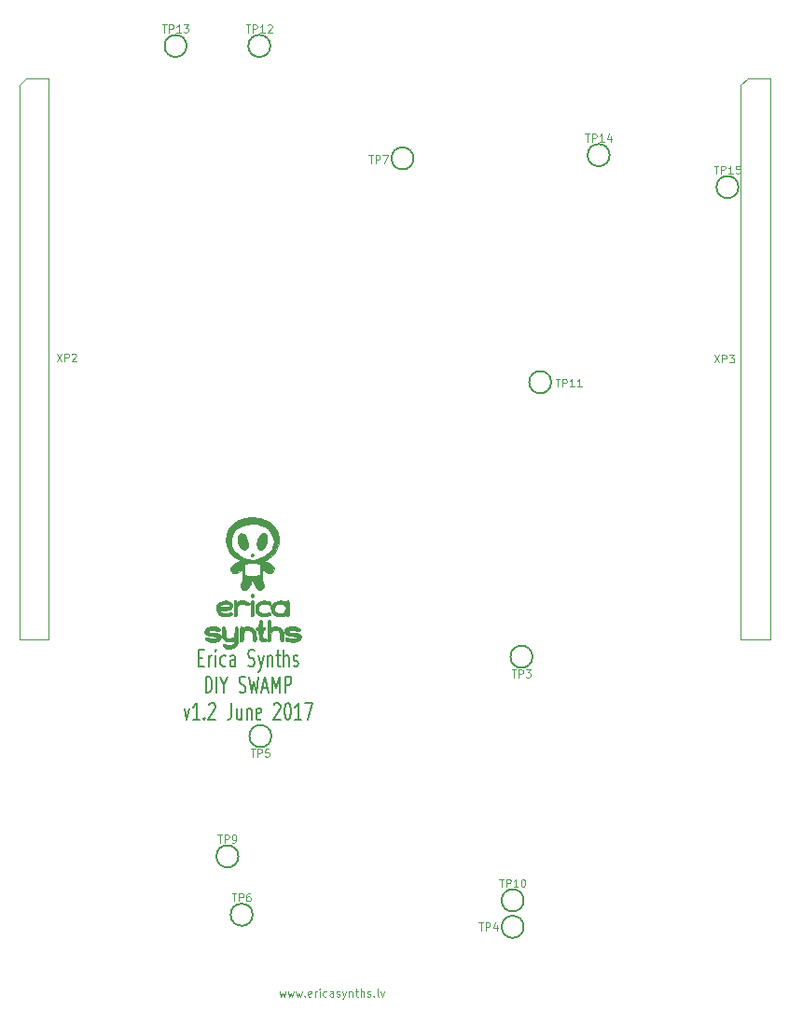
<source format=gto>
G04 #@! TF.FileFunction,Legend,Top*
%FSLAX46Y46*%
G04 Gerber Fmt 4.6, Leading zero omitted, Abs format (unit mm)*
G04 Created by KiCad (PCBNEW (2016-08-20 BZR 7083)-product) date Thu Jun 15 13:02:43 2017*
%MOMM*%
%LPD*%
G01*
G04 APERTURE LIST*
%ADD10C,0.100000*%
%ADD11C,0.150000*%
G04 APERTURE END LIST*
D10*
X24050000Y1650000D02*
X24183333Y1183334D01*
X24316666Y1516667D01*
X24450000Y1183334D01*
X24583333Y1650000D01*
X24783333Y1650000D02*
X24916666Y1183334D01*
X25050000Y1516667D01*
X25183333Y1183334D01*
X25316666Y1650000D01*
X25516666Y1650000D02*
X25650000Y1183334D01*
X25783333Y1516667D01*
X25916666Y1183334D01*
X26050000Y1650000D01*
X26316666Y1250000D02*
X26350000Y1216667D01*
X26316666Y1183334D01*
X26283333Y1216667D01*
X26316666Y1250000D01*
X26316666Y1183334D01*
X26916666Y1216667D02*
X26850000Y1183334D01*
X26716666Y1183334D01*
X26650000Y1216667D01*
X26616666Y1283334D01*
X26616666Y1550000D01*
X26650000Y1616667D01*
X26716666Y1650000D01*
X26850000Y1650000D01*
X26916666Y1616667D01*
X26950000Y1550000D01*
X26950000Y1483334D01*
X26616666Y1416667D01*
X27250000Y1183334D02*
X27250000Y1650000D01*
X27250000Y1516667D02*
X27283333Y1583334D01*
X27316666Y1616667D01*
X27383333Y1650000D01*
X27450000Y1650000D01*
X27683333Y1183334D02*
X27683333Y1650000D01*
X27683333Y1883334D02*
X27650000Y1850000D01*
X27683333Y1816667D01*
X27716666Y1850000D01*
X27683333Y1883334D01*
X27683333Y1816667D01*
X28316666Y1216667D02*
X28250000Y1183334D01*
X28116666Y1183334D01*
X28050000Y1216667D01*
X28016666Y1250000D01*
X27983333Y1316667D01*
X27983333Y1516667D01*
X28016666Y1583334D01*
X28050000Y1616667D01*
X28116666Y1650000D01*
X28250000Y1650000D01*
X28316666Y1616667D01*
X28916666Y1183334D02*
X28916666Y1550000D01*
X28883333Y1616667D01*
X28816666Y1650000D01*
X28683333Y1650000D01*
X28616666Y1616667D01*
X28916666Y1216667D02*
X28850000Y1183334D01*
X28683333Y1183334D01*
X28616666Y1216667D01*
X28583333Y1283334D01*
X28583333Y1350000D01*
X28616666Y1416667D01*
X28683333Y1450000D01*
X28850000Y1450000D01*
X28916666Y1483334D01*
X29216666Y1216667D02*
X29283333Y1183334D01*
X29416666Y1183334D01*
X29483333Y1216667D01*
X29516666Y1283334D01*
X29516666Y1316667D01*
X29483333Y1383334D01*
X29416666Y1416667D01*
X29316666Y1416667D01*
X29250000Y1450000D01*
X29216666Y1516667D01*
X29216666Y1550000D01*
X29250000Y1616667D01*
X29316666Y1650000D01*
X29416666Y1650000D01*
X29483333Y1616667D01*
X29750000Y1650000D02*
X29916666Y1183334D01*
X30083333Y1650000D02*
X29916666Y1183334D01*
X29850000Y1016667D01*
X29816666Y983334D01*
X29750000Y950000D01*
X30350000Y1650000D02*
X30350000Y1183334D01*
X30350000Y1583334D02*
X30383333Y1616667D01*
X30450000Y1650000D01*
X30550000Y1650000D01*
X30616666Y1616667D01*
X30650000Y1550000D01*
X30650000Y1183334D01*
X30883333Y1650000D02*
X31150000Y1650000D01*
X30983333Y1883334D02*
X30983333Y1283334D01*
X31016666Y1216667D01*
X31083333Y1183334D01*
X31150000Y1183334D01*
X31383333Y1183334D02*
X31383333Y1883334D01*
X31683333Y1183334D02*
X31683333Y1550000D01*
X31650000Y1616667D01*
X31583333Y1650000D01*
X31483333Y1650000D01*
X31416666Y1616667D01*
X31383333Y1583334D01*
X31983333Y1216667D02*
X32050000Y1183334D01*
X32183333Y1183334D01*
X32250000Y1216667D01*
X32283333Y1283334D01*
X32283333Y1316667D01*
X32250000Y1383334D01*
X32183333Y1416667D01*
X32083333Y1416667D01*
X32016666Y1450000D01*
X31983333Y1516667D01*
X31983333Y1550000D01*
X32016666Y1616667D01*
X32083333Y1650000D01*
X32183333Y1650000D01*
X32250000Y1616667D01*
X32583333Y1250000D02*
X32616666Y1216667D01*
X32583333Y1183334D01*
X32550000Y1216667D01*
X32583333Y1250000D01*
X32583333Y1183334D01*
X33016666Y1183334D02*
X32950000Y1216667D01*
X32916666Y1283334D01*
X32916666Y1883334D01*
X33216666Y1650000D02*
X33383333Y1183334D01*
X33550000Y1650000D01*
D11*
X16723809Y31907143D02*
X17057142Y31907143D01*
X17200000Y31121429D02*
X16723809Y31121429D01*
X16723809Y32621429D01*
X17200000Y32621429D01*
X17628571Y31121429D02*
X17628571Y32121429D01*
X17628571Y31835715D02*
X17676190Y31978572D01*
X17723809Y32050000D01*
X17819047Y32121429D01*
X17914285Y32121429D01*
X18247619Y31121429D02*
X18247619Y32121429D01*
X18247619Y32621429D02*
X18200000Y32550000D01*
X18247619Y32478572D01*
X18295238Y32550000D01*
X18247619Y32621429D01*
X18247619Y32478572D01*
X19152380Y31192858D02*
X19057142Y31121429D01*
X18866666Y31121429D01*
X18771428Y31192858D01*
X18723809Y31264286D01*
X18676190Y31407143D01*
X18676190Y31835715D01*
X18723809Y31978572D01*
X18771428Y32050000D01*
X18866666Y32121429D01*
X19057142Y32121429D01*
X19152380Y32050000D01*
X20009523Y31121429D02*
X20009523Y31907143D01*
X19961904Y32050000D01*
X19866666Y32121429D01*
X19676190Y32121429D01*
X19580952Y32050000D01*
X20009523Y31192858D02*
X19914285Y31121429D01*
X19676190Y31121429D01*
X19580952Y31192858D01*
X19533333Y31335715D01*
X19533333Y31478572D01*
X19580952Y31621429D01*
X19676190Y31692858D01*
X19914285Y31692858D01*
X20009523Y31764286D01*
X21200000Y31192858D02*
X21342857Y31121429D01*
X21580952Y31121429D01*
X21676190Y31192858D01*
X21723809Y31264286D01*
X21771428Y31407143D01*
X21771428Y31550000D01*
X21723809Y31692858D01*
X21676190Y31764286D01*
X21580952Y31835715D01*
X21390476Y31907143D01*
X21295238Y31978572D01*
X21247619Y32050000D01*
X21200000Y32192858D01*
X21200000Y32335715D01*
X21247619Y32478572D01*
X21295238Y32550000D01*
X21390476Y32621429D01*
X21628571Y32621429D01*
X21771428Y32550000D01*
X22104761Y32121429D02*
X22342857Y31121429D01*
X22580952Y32121429D02*
X22342857Y31121429D01*
X22247619Y30764286D01*
X22200000Y30692858D01*
X22104761Y30621429D01*
X22961904Y32121429D02*
X22961904Y31121429D01*
X22961904Y31978572D02*
X23009523Y32050000D01*
X23104761Y32121429D01*
X23247619Y32121429D01*
X23342857Y32050000D01*
X23390476Y31907143D01*
X23390476Y31121429D01*
X23723809Y32121429D02*
X24104761Y32121429D01*
X23866666Y32621429D02*
X23866666Y31335715D01*
X23914285Y31192858D01*
X24009523Y31121429D01*
X24104761Y31121429D01*
X24438095Y31121429D02*
X24438095Y32621429D01*
X24866666Y31121429D02*
X24866666Y31907143D01*
X24819047Y32050000D01*
X24723809Y32121429D01*
X24580952Y32121429D01*
X24485714Y32050000D01*
X24438095Y31978572D01*
X25295238Y31192858D02*
X25390476Y31121429D01*
X25580952Y31121429D01*
X25676190Y31192858D01*
X25723809Y31335715D01*
X25723809Y31407143D01*
X25676190Y31550000D01*
X25580952Y31621429D01*
X25438095Y31621429D01*
X25342857Y31692858D01*
X25295238Y31835715D01*
X25295238Y31907143D01*
X25342857Y32050000D01*
X25438095Y32121429D01*
X25580952Y32121429D01*
X25676190Y32050000D01*
X17342857Y28721429D02*
X17342857Y30221429D01*
X17580952Y30221429D01*
X17723809Y30150000D01*
X17819047Y30007143D01*
X17866666Y29864286D01*
X17914285Y29578572D01*
X17914285Y29364286D01*
X17866666Y29078572D01*
X17819047Y28935715D01*
X17723809Y28792858D01*
X17580952Y28721429D01*
X17342857Y28721429D01*
X18342857Y28721429D02*
X18342857Y30221429D01*
X19009523Y29435715D02*
X19009523Y28721429D01*
X18676190Y30221429D02*
X19009523Y29435715D01*
X19342857Y30221429D01*
X20390476Y28792858D02*
X20533333Y28721429D01*
X20771428Y28721429D01*
X20866666Y28792858D01*
X20914285Y28864286D01*
X20961904Y29007143D01*
X20961904Y29150000D01*
X20914285Y29292858D01*
X20866666Y29364286D01*
X20771428Y29435715D01*
X20580952Y29507143D01*
X20485714Y29578572D01*
X20438095Y29650000D01*
X20390476Y29792858D01*
X20390476Y29935715D01*
X20438095Y30078572D01*
X20485714Y30150000D01*
X20580952Y30221429D01*
X20819047Y30221429D01*
X20961904Y30150000D01*
X21295238Y30221429D02*
X21533333Y28721429D01*
X21723809Y29792858D01*
X21914285Y28721429D01*
X22152380Y30221429D01*
X22485714Y29150000D02*
X22961904Y29150000D01*
X22390476Y28721429D02*
X22723809Y30221429D01*
X23057142Y28721429D01*
X23390476Y28721429D02*
X23390476Y30221429D01*
X23723809Y29150000D01*
X24057142Y30221429D01*
X24057142Y28721429D01*
X24533333Y28721429D02*
X24533333Y30221429D01*
X24914285Y30221429D01*
X25009523Y30150000D01*
X25057142Y30078572D01*
X25104761Y29935715D01*
X25104761Y29721429D01*
X25057142Y29578572D01*
X25009523Y29507143D01*
X24914285Y29435715D01*
X24533333Y29435715D01*
X15390476Y27321429D02*
X15628571Y26321429D01*
X15866666Y27321429D01*
X16771428Y26321429D02*
X16200000Y26321429D01*
X16485714Y26321429D02*
X16485714Y27821429D01*
X16390476Y27607143D01*
X16295238Y27464286D01*
X16200000Y27392858D01*
X17200000Y26464286D02*
X17247619Y26392858D01*
X17200000Y26321429D01*
X17152380Y26392858D01*
X17200000Y26464286D01*
X17200000Y26321429D01*
X17628571Y27678572D02*
X17676190Y27750000D01*
X17771428Y27821429D01*
X18009523Y27821429D01*
X18104761Y27750000D01*
X18152380Y27678572D01*
X18200000Y27535715D01*
X18200000Y27392858D01*
X18152380Y27178572D01*
X17580952Y26321429D01*
X18200000Y26321429D01*
X19676190Y27821429D02*
X19676190Y26750000D01*
X19628571Y26535715D01*
X19533333Y26392858D01*
X19390476Y26321429D01*
X19295238Y26321429D01*
X20580952Y27321429D02*
X20580952Y26321429D01*
X20152380Y27321429D02*
X20152380Y26535715D01*
X20200000Y26392858D01*
X20295238Y26321429D01*
X20438095Y26321429D01*
X20533333Y26392858D01*
X20580952Y26464286D01*
X21057142Y27321429D02*
X21057142Y26321429D01*
X21057142Y27178572D02*
X21104761Y27250000D01*
X21200000Y27321429D01*
X21342857Y27321429D01*
X21438095Y27250000D01*
X21485714Y27107143D01*
X21485714Y26321429D01*
X22342857Y26392858D02*
X22247619Y26321429D01*
X22057142Y26321429D01*
X21961904Y26392858D01*
X21914285Y26535715D01*
X21914285Y27107143D01*
X21961904Y27250000D01*
X22057142Y27321429D01*
X22247619Y27321429D01*
X22342857Y27250000D01*
X22390476Y27107143D01*
X22390476Y26964286D01*
X21914285Y26821429D01*
X23533333Y27678572D02*
X23580952Y27750000D01*
X23676190Y27821429D01*
X23914285Y27821429D01*
X24009523Y27750000D01*
X24057142Y27678572D01*
X24104761Y27535715D01*
X24104761Y27392858D01*
X24057142Y27178572D01*
X23485714Y26321429D01*
X24104761Y26321429D01*
X24723809Y27821429D02*
X24819047Y27821429D01*
X24914285Y27750000D01*
X24961904Y27678572D01*
X25009523Y27535715D01*
X25057142Y27250000D01*
X25057142Y26892858D01*
X25009523Y26607143D01*
X24961904Y26464286D01*
X24914285Y26392858D01*
X24819047Y26321429D01*
X24723809Y26321429D01*
X24628571Y26392858D01*
X24580952Y26464286D01*
X24533333Y26607143D01*
X24485714Y26892858D01*
X24485714Y27250000D01*
X24533333Y27535715D01*
X24580952Y27678572D01*
X24628571Y27750000D01*
X24723809Y27821429D01*
X26009523Y26321429D02*
X25438095Y26321429D01*
X25723809Y26321429D02*
X25723809Y27821429D01*
X25628571Y27607143D01*
X25533333Y27464286D01*
X25438095Y27392858D01*
X26342857Y27821429D02*
X27009523Y27821429D01*
X26580952Y26321429D01*
X47000000Y32000000D02*
G75*
G03X47000000Y32000000I-1000000J0D01*
G01*
X46200000Y7500000D02*
G75*
G03X46200000Y7500000I-1000000J0D01*
G01*
X23300000Y24800000D02*
G75*
G03X23300000Y24800000I-1000000J0D01*
G01*
X21600000Y8600000D02*
G75*
G03X21600000Y8600000I-1000000J0D01*
G01*
X36200000Y77200000D02*
G75*
G03X36200000Y77200000I-1000000J0D01*
G01*
X20300000Y13900000D02*
G75*
G03X20300000Y13900000I-1000000J0D01*
G01*
X46200000Y9900000D02*
G75*
G03X46200000Y9900000I-1000000J0D01*
G01*
X48700000Y56900000D02*
G75*
G03X48700000Y56900000I-1000000J0D01*
G01*
X23200000Y87400000D02*
G75*
G03X23200000Y87400000I-1000000J0D01*
G01*
X15600000Y87400000D02*
G75*
G03X15600000Y87400000I-1000000J0D01*
G01*
X54000000Y77500000D02*
G75*
G03X54000000Y77500000I-1000000J0D01*
G01*
X65700000Y74600000D02*
G75*
G03X65700000Y74600000I-1000000J0D01*
G01*
D10*
X3083500Y33536500D02*
X3083500Y84463500D01*
X3083500Y84463500D02*
X1051500Y84463500D01*
X1051500Y84463500D02*
X416500Y83828500D01*
X416500Y83828500D02*
X416500Y33536500D01*
X416500Y33536500D02*
X3083500Y33536500D01*
X68583500Y33536500D02*
X68583500Y84463500D01*
X68583500Y84463500D02*
X66551500Y84463500D01*
X66551500Y84463500D02*
X65916500Y83828500D01*
X65916500Y83828500D02*
X65916500Y33536500D01*
X65916500Y33536500D02*
X68583500Y33536500D01*
G36*
X20267218Y34073353D02*
X20265400Y33903799D01*
X20256789Y33600886D01*
X20241861Y33380944D01*
X20218401Y33225429D01*
X20184192Y33115795D01*
X20167067Y33080751D01*
X20025096Y32919142D01*
X19816068Y32802781D01*
X19567910Y32740846D01*
X19308549Y32742517D01*
X19203906Y32764144D01*
X19027716Y32837983D01*
X18913744Y32937637D01*
X18878721Y33046498D01*
X18886410Y33079254D01*
X18932030Y33143717D01*
X19013507Y33156413D01*
X19151822Y33117482D01*
X19241853Y33081633D01*
X19402882Y33031146D01*
X19546384Y33036654D01*
X19623031Y33056466D01*
X19792123Y33125683D01*
X19891903Y33224488D01*
X19945688Y33351671D01*
X19961524Y33425415D01*
X19928718Y33441343D01*
X19824397Y33410023D01*
X19821547Y33409030D01*
X19609759Y33370459D01*
X19378460Y33382511D01*
X19167454Y33439427D01*
X19028277Y33523803D01*
X18917583Y33639707D01*
X18847431Y33755741D01*
X18805673Y33903226D01*
X18780163Y34113484D01*
X18775122Y34176596D01*
X18771375Y34447405D01*
X18806856Y34631332D01*
X18880700Y34725303D01*
X18933000Y34737600D01*
X19021884Y34692567D01*
X19079912Y34555903D01*
X19107845Y34325264D01*
X19110800Y34190014D01*
X19117267Y33984762D01*
X19140379Y33854443D01*
X19185700Y33772992D01*
X19203700Y33754874D01*
X19340915Y33689000D01*
X19522839Y33672327D01*
X19705781Y33703978D01*
X19828469Y33767424D01*
X19889434Y33828921D01*
X19927773Y33909807D01*
X19950457Y34035897D01*
X19964458Y34233011D01*
X19966645Y34279148D01*
X19981832Y34501418D01*
X20005316Y34639166D01*
X20040790Y34709364D01*
X20063494Y34724178D01*
X20143504Y34732381D01*
X20201634Y34680530D01*
X20240132Y34559494D01*
X20261244Y34360145D01*
X20267218Y34073353D01*
X20267218Y34073353D01*
X20267218Y34073353D01*
G37*
X20267218Y34073353D02*
X20265400Y33903799D01*
X20256789Y33600886D01*
X20241861Y33380944D01*
X20218401Y33225429D01*
X20184192Y33115795D01*
X20167067Y33080751D01*
X20025096Y32919142D01*
X19816068Y32802781D01*
X19567910Y32740846D01*
X19308549Y32742517D01*
X19203906Y32764144D01*
X19027716Y32837983D01*
X18913744Y32937637D01*
X18878721Y33046498D01*
X18886410Y33079254D01*
X18932030Y33143717D01*
X19013507Y33156413D01*
X19151822Y33117482D01*
X19241853Y33081633D01*
X19402882Y33031146D01*
X19546384Y33036654D01*
X19623031Y33056466D01*
X19792123Y33125683D01*
X19891903Y33224488D01*
X19945688Y33351671D01*
X19961524Y33425415D01*
X19928718Y33441343D01*
X19824397Y33410023D01*
X19821547Y33409030D01*
X19609759Y33370459D01*
X19378460Y33382511D01*
X19167454Y33439427D01*
X19028277Y33523803D01*
X18917583Y33639707D01*
X18847431Y33755741D01*
X18805673Y33903226D01*
X18780163Y34113484D01*
X18775122Y34176596D01*
X18771375Y34447405D01*
X18806856Y34631332D01*
X18880700Y34725303D01*
X18933000Y34737600D01*
X19021884Y34692567D01*
X19079912Y34555903D01*
X19107845Y34325264D01*
X19110800Y34190014D01*
X19117267Y33984762D01*
X19140379Y33854443D01*
X19185700Y33772992D01*
X19203700Y33754874D01*
X19340915Y33689000D01*
X19522839Y33672327D01*
X19705781Y33703978D01*
X19828469Y33767424D01*
X19889434Y33828921D01*
X19927773Y33909807D01*
X19950457Y34035897D01*
X19964458Y34233011D01*
X19966645Y34279148D01*
X19981832Y34501418D01*
X20005316Y34639166D01*
X20040790Y34709364D01*
X20063494Y34724178D01*
X20143504Y34732381D01*
X20201634Y34680530D01*
X20240132Y34559494D01*
X20261244Y34360145D01*
X20267218Y34073353D01*
X20267218Y34073353D01*
G36*
X18703460Y33821686D02*
X18662360Y33644341D01*
X18541543Y33495084D01*
X18348250Y33392140D01*
X18102828Y33340515D01*
X17825625Y33345211D01*
X17615519Y33386904D01*
X17414120Y33462646D01*
X17294862Y33551306D01*
X17264715Y33645506D01*
X17305026Y33715599D01*
X17387277Y33763248D01*
X17494666Y33738054D01*
X17502103Y33734715D01*
X17681940Y33675597D01*
X17880399Y33645455D01*
X18073081Y33643133D01*
X18235589Y33667474D01*
X18343525Y33717321D01*
X18374200Y33776055D01*
X18347329Y33815732D01*
X18256795Y33844497D01*
X18087715Y33865903D01*
X17956429Y33875790D01*
X17647443Y33915048D01*
X17429111Y33988529D01*
X17295357Y34099364D01*
X17240768Y34244812D01*
X17262398Y34432632D01*
X17371398Y34579863D01*
X17559796Y34681024D01*
X17819620Y34730635D01*
X17953468Y34734733D01*
X18192294Y34714999D01*
X18394058Y34666483D01*
X18545458Y34597112D01*
X18633188Y34514808D01*
X18643946Y34427497D01*
X18586177Y34357856D01*
X18506197Y34317173D01*
X18412814Y34326552D01*
X18321108Y34360832D01*
X18143173Y34411308D01*
X17945643Y34431747D01*
X17761803Y34422516D01*
X17624937Y34383980D01*
X17583586Y34352729D01*
X17550175Y34275900D01*
X17601554Y34222798D01*
X17742651Y34191415D01*
X17978392Y34179741D01*
X18008422Y34179578D01*
X18300948Y34154358D01*
X18518039Y34083240D01*
X18654080Y33970818D01*
X18703460Y33821686D01*
X18703460Y33821686D01*
X18703460Y33821686D01*
G37*
X18703460Y33821686D02*
X18662360Y33644341D01*
X18541543Y33495084D01*
X18348250Y33392140D01*
X18102828Y33340515D01*
X17825625Y33345211D01*
X17615519Y33386904D01*
X17414120Y33462646D01*
X17294862Y33551306D01*
X17264715Y33645506D01*
X17305026Y33715599D01*
X17387277Y33763248D01*
X17494666Y33738054D01*
X17502103Y33734715D01*
X17681940Y33675597D01*
X17880399Y33645455D01*
X18073081Y33643133D01*
X18235589Y33667474D01*
X18343525Y33717321D01*
X18374200Y33776055D01*
X18347329Y33815732D01*
X18256795Y33844497D01*
X18087715Y33865903D01*
X17956429Y33875790D01*
X17647443Y33915048D01*
X17429111Y33988529D01*
X17295357Y34099364D01*
X17240768Y34244812D01*
X17262398Y34432632D01*
X17371398Y34579863D01*
X17559796Y34681024D01*
X17819620Y34730635D01*
X17953468Y34734733D01*
X18192294Y34714999D01*
X18394058Y34666483D01*
X18545458Y34597112D01*
X18633188Y34514808D01*
X18643946Y34427497D01*
X18586177Y34357856D01*
X18506197Y34317173D01*
X18412814Y34326552D01*
X18321108Y34360832D01*
X18143173Y34411308D01*
X17945643Y34431747D01*
X17761803Y34422516D01*
X17624937Y34383980D01*
X17583586Y34352729D01*
X17550175Y34275900D01*
X17601554Y34222798D01*
X17742651Y34191415D01*
X17978392Y34179741D01*
X18008422Y34179578D01*
X18300948Y34154358D01*
X18518039Y34083240D01*
X18654080Y33970818D01*
X18703460Y33821686D01*
X18703460Y33821686D01*
G36*
X25967860Y33821686D02*
X25926760Y33644341D01*
X25805572Y33494735D01*
X25610785Y33391782D01*
X25361737Y33341083D01*
X25077766Y33348237D01*
X24967864Y33366639D01*
X24737520Y33429851D01*
X24600136Y33507461D01*
X24547508Y33604468D01*
X24546400Y33623382D01*
X24573176Y33717222D01*
X24660249Y33752602D01*
X24817734Y33731363D01*
X24941160Y33695192D01*
X25129845Y33653482D01*
X25319463Y33643979D01*
X25484456Y33663795D01*
X25599265Y33710042D01*
X25638600Y33774007D01*
X25613828Y33814561D01*
X25528893Y33843481D01*
X25367869Y33864699D01*
X25227854Y33875384D01*
X24928933Y33910924D01*
X24717646Y33975863D01*
X24582944Y34075442D01*
X24513995Y34214023D01*
X24517354Y34390626D01*
X24607179Y34546693D01*
X24768393Y34658300D01*
X24802114Y34671233D01*
X25010787Y34720100D01*
X25229660Y34733485D01*
X25442506Y34716269D01*
X25633098Y34673335D01*
X25785210Y34609563D01*
X25882614Y34529837D01*
X25909084Y34439037D01*
X25859954Y34352983D01*
X25795020Y34302304D01*
X25725634Y34304372D01*
X25622038Y34352030D01*
X25453032Y34407418D01*
X25250025Y34429884D01*
X25052779Y34419134D01*
X24901057Y34374875D01*
X24873609Y34357566D01*
X24814830Y34284056D01*
X24854524Y34229525D01*
X24991234Y34194623D01*
X25223500Y34180001D01*
X25272822Y34179578D01*
X25565348Y34154358D01*
X25782439Y34083240D01*
X25918480Y33970818D01*
X25967860Y33821686D01*
X25967860Y33821686D01*
X25967860Y33821686D01*
G37*
X25967860Y33821686D02*
X25926760Y33644341D01*
X25805572Y33494735D01*
X25610785Y33391782D01*
X25361737Y33341083D01*
X25077766Y33348237D01*
X24967864Y33366639D01*
X24737520Y33429851D01*
X24600136Y33507461D01*
X24547508Y33604468D01*
X24546400Y33623382D01*
X24573176Y33717222D01*
X24660249Y33752602D01*
X24817734Y33731363D01*
X24941160Y33695192D01*
X25129845Y33653482D01*
X25319463Y33643979D01*
X25484456Y33663795D01*
X25599265Y33710042D01*
X25638600Y33774007D01*
X25613828Y33814561D01*
X25528893Y33843481D01*
X25367869Y33864699D01*
X25227854Y33875384D01*
X24928933Y33910924D01*
X24717646Y33975863D01*
X24582944Y34075442D01*
X24513995Y34214023D01*
X24517354Y34390626D01*
X24607179Y34546693D01*
X24768393Y34658300D01*
X24802114Y34671233D01*
X25010787Y34720100D01*
X25229660Y34733485D01*
X25442506Y34716269D01*
X25633098Y34673335D01*
X25785210Y34609563D01*
X25882614Y34529837D01*
X25909084Y34439037D01*
X25859954Y34352983D01*
X25795020Y34302304D01*
X25725634Y34304372D01*
X25622038Y34352030D01*
X25453032Y34407418D01*
X25250025Y34429884D01*
X25052779Y34419134D01*
X24901057Y34374875D01*
X24873609Y34357566D01*
X24814830Y34284056D01*
X24854524Y34229525D01*
X24991234Y34194623D01*
X25223500Y34180001D01*
X25272822Y34179578D01*
X25565348Y34154358D01*
X25782439Y34083240D01*
X25918480Y33970818D01*
X25967860Y33821686D01*
X25967860Y33821686D01*
G36*
X21903259Y33682829D02*
X21884798Y33500841D01*
X21834348Y33400598D01*
X21749781Y33374102D01*
X21737904Y33375403D01*
X21682243Y33391586D01*
X21646265Y33434773D01*
X21623356Y33525801D01*
X21606899Y33685511D01*
X21597770Y33816794D01*
X21567616Y34083589D01*
X21511093Y34264242D01*
X21417808Y34372947D01*
X21277370Y34423897D01*
X21146751Y34432800D01*
X20960048Y34407450D01*
X20835240Y34323669D01*
X20763777Y34169859D01*
X20737110Y33934426D01*
X20736400Y33876176D01*
X20731260Y33640709D01*
X20711728Y33489331D01*
X20671633Y33404864D01*
X20604807Y33370131D01*
X20553164Y33366000D01*
X20431600Y33366000D01*
X20431600Y34027995D01*
X20433540Y34307121D01*
X20440514Y34500277D01*
X20454254Y34623037D01*
X20476490Y34690976D01*
X20508446Y34719478D01*
X20609539Y34715543D01*
X20657599Y34688959D01*
X20751712Y34655478D01*
X20831413Y34683275D01*
X21001416Y34730462D01*
X21213651Y34731260D01*
X21421551Y34688658D01*
X21533739Y34638236D01*
X21705592Y34501124D01*
X21815796Y34326064D01*
X21876915Y34089069D01*
X21891854Y33954559D01*
X21903259Y33682829D01*
X21903259Y33682829D01*
X21903259Y33682829D01*
G37*
X21903259Y33682829D02*
X21884798Y33500841D01*
X21834348Y33400598D01*
X21749781Y33374102D01*
X21737904Y33375403D01*
X21682243Y33391586D01*
X21646265Y33434773D01*
X21623356Y33525801D01*
X21606899Y33685511D01*
X21597770Y33816794D01*
X21567616Y34083589D01*
X21511093Y34264242D01*
X21417808Y34372947D01*
X21277370Y34423897D01*
X21146751Y34432800D01*
X20960048Y34407450D01*
X20835240Y34323669D01*
X20763777Y34169859D01*
X20737110Y33934426D01*
X20736400Y33876176D01*
X20731260Y33640709D01*
X20711728Y33489331D01*
X20671633Y33404864D01*
X20604807Y33370131D01*
X20553164Y33366000D01*
X20431600Y33366000D01*
X20431600Y34027995D01*
X20433540Y34307121D01*
X20440514Y34500277D01*
X20454254Y34623037D01*
X20476490Y34690976D01*
X20508446Y34719478D01*
X20609539Y34715543D01*
X20657599Y34688959D01*
X20751712Y34655478D01*
X20831413Y34683275D01*
X21001416Y34730462D01*
X21213651Y34731260D01*
X21421551Y34688658D01*
X21533739Y34638236D01*
X21705592Y34501124D01*
X21815796Y34326064D01*
X21876915Y34089069D01*
X21891854Y33954559D01*
X21903259Y33682829D01*
X21903259Y33682829D01*
G36*
X22844012Y33543561D02*
X22840041Y33448639D01*
X22768047Y33387297D01*
X22637902Y33365348D01*
X22484705Y33381853D01*
X22343556Y33435874D01*
X22304127Y33462960D01*
X22243025Y33524791D01*
X22203675Y33607014D01*
X22178986Y33735044D01*
X22161864Y33934296D01*
X22158800Y33983660D01*
X22143135Y34194122D01*
X22123981Y34320868D01*
X22096655Y34381779D01*
X22056471Y34394731D01*
X22051276Y34394030D01*
X21947784Y34419834D01*
X21882418Y34506483D01*
X21882818Y34601191D01*
X21953235Y34672212D01*
X22023395Y34696530D01*
X22086496Y34718513D01*
X22124418Y34778196D01*
X22147491Y34899999D01*
X22158800Y35016554D01*
X22179630Y35193331D01*
X22210504Y35291440D01*
X22260014Y35333802D01*
X22279712Y35339052D01*
X22373854Y35328072D01*
X22431995Y35244823D01*
X22459210Y35078718D01*
X22462822Y34957034D01*
X22468284Y34800704D01*
X22490855Y34718915D01*
X22541604Y34684790D01*
X22577900Y34677634D01*
X22675273Y34629873D01*
X22713501Y34546874D01*
X22688447Y34465559D01*
X22606318Y34424029D01*
X22544810Y34407882D01*
X22509636Y34365873D01*
X22493501Y34274865D01*
X22489116Y34111720D01*
X22489000Y34051800D01*
X22490860Y33865770D01*
X22502098Y33758169D01*
X22531198Y33705831D01*
X22586643Y33685589D01*
X22624982Y33680485D01*
X22769441Y33633158D01*
X22844012Y33543561D01*
X22844012Y33543561D01*
X22844012Y33543561D01*
G37*
X22844012Y33543561D02*
X22840041Y33448639D01*
X22768047Y33387297D01*
X22637902Y33365348D01*
X22484705Y33381853D01*
X22343556Y33435874D01*
X22304127Y33462960D01*
X22243025Y33524791D01*
X22203675Y33607014D01*
X22178986Y33735044D01*
X22161864Y33934296D01*
X22158800Y33983660D01*
X22143135Y34194122D01*
X22123981Y34320868D01*
X22096655Y34381779D01*
X22056471Y34394731D01*
X22051276Y34394030D01*
X21947784Y34419834D01*
X21882418Y34506483D01*
X21882818Y34601191D01*
X21953235Y34672212D01*
X22023395Y34696530D01*
X22086496Y34718513D01*
X22124418Y34778196D01*
X22147491Y34899999D01*
X22158800Y35016554D01*
X22179630Y35193331D01*
X22210504Y35291440D01*
X22260014Y35333802D01*
X22279712Y35339052D01*
X22373854Y35328072D01*
X22431995Y35244823D01*
X22459210Y35078718D01*
X22462822Y34957034D01*
X22468284Y34800704D01*
X22490855Y34718915D01*
X22541604Y34684790D01*
X22577900Y34677634D01*
X22675273Y34629873D01*
X22713501Y34546874D01*
X22688447Y34465559D01*
X22606318Y34424029D01*
X22544810Y34407882D01*
X22509636Y34365873D01*
X22493501Y34274865D01*
X22489116Y34111720D01*
X22489000Y34051800D01*
X22490860Y33865770D01*
X22502098Y33758169D01*
X22531198Y33705831D01*
X22586643Y33685589D01*
X22624982Y33680485D01*
X22769441Y33633158D01*
X22844012Y33543561D01*
X22844012Y33543561D01*
G36*
X24423494Y33663459D02*
X24393866Y33486294D01*
X24329060Y33390098D01*
X24245737Y33366000D01*
X24173334Y33392366D01*
X24125680Y33480015D01*
X24099115Y33641779D01*
X24089976Y33890487D01*
X24089893Y33912100D01*
X24069736Y34155294D01*
X24004469Y34315272D01*
X23885008Y34403815D01*
X23702270Y34432706D01*
X23688427Y34432800D01*
X23505575Y34414480D01*
X23378431Y34349877D01*
X23296181Y34224530D01*
X23248012Y34023976D01*
X23227829Y33816794D01*
X23211880Y33607570D01*
X23193118Y33479180D01*
X23165179Y33410920D01*
X23121699Y33382086D01*
X23092365Y33376015D01*
X22988932Y33397937D01*
X22952665Y33443669D01*
X22941863Y33520870D01*
X22932628Y33680442D01*
X22925637Y33903160D01*
X22921563Y34169798D01*
X22920800Y34351046D01*
X22924253Y34710880D01*
X22936125Y34979356D01*
X22958685Y35166529D01*
X22994202Y35282453D01*
X23044944Y35337185D01*
X23113181Y35340779D01*
X23142053Y35331649D01*
X23189090Y35291153D01*
X23215100Y35200554D01*
X23225017Y35038040D01*
X23225600Y34962360D01*
X23228264Y34783521D01*
X23240075Y34687075D01*
X23266756Y34653874D01*
X23314032Y34664767D01*
X23314500Y34664976D01*
X23513995Y34715911D01*
X23746909Y34720971D01*
X23961598Y34681168D01*
X24034788Y34650858D01*
X24208734Y34535816D01*
X24322561Y34392579D01*
X24388956Y34197421D01*
X24420430Y33929612D01*
X24423494Y33663459D01*
X24423494Y33663459D01*
X24423494Y33663459D01*
G37*
X24423494Y33663459D02*
X24393866Y33486294D01*
X24329060Y33390098D01*
X24245737Y33366000D01*
X24173334Y33392366D01*
X24125680Y33480015D01*
X24099115Y33641779D01*
X24089976Y33890487D01*
X24089893Y33912100D01*
X24069736Y34155294D01*
X24004469Y34315272D01*
X23885008Y34403815D01*
X23702270Y34432706D01*
X23688427Y34432800D01*
X23505575Y34414480D01*
X23378431Y34349877D01*
X23296181Y34224530D01*
X23248012Y34023976D01*
X23227829Y33816794D01*
X23211880Y33607570D01*
X23193118Y33479180D01*
X23165179Y33410920D01*
X23121699Y33382086D01*
X23092365Y33376015D01*
X22988932Y33397937D01*
X22952665Y33443669D01*
X22941863Y33520870D01*
X22932628Y33680442D01*
X22925637Y33903160D01*
X22921563Y34169798D01*
X22920800Y34351046D01*
X22924253Y34710880D01*
X22936125Y34979356D01*
X22958685Y35166529D01*
X22994202Y35282453D01*
X23044944Y35337185D01*
X23113181Y35340779D01*
X23142053Y35331649D01*
X23189090Y35291153D01*
X23215100Y35200554D01*
X23225017Y35038040D01*
X23225600Y34962360D01*
X23228264Y34783521D01*
X23240075Y34687075D01*
X23266756Y34653874D01*
X23314032Y34664767D01*
X23314500Y34664976D01*
X23513995Y34715911D01*
X23746909Y34720971D01*
X23961598Y34681168D01*
X24034788Y34650858D01*
X24208734Y34535816D01*
X24322561Y34392579D01*
X24388956Y34197421D01*
X24420430Y33929612D01*
X24423494Y33663459D01*
X24423494Y33663459D01*
G36*
X19749639Y36720121D02*
X19746759Y36570767D01*
X19685647Y36422795D01*
X19569472Y36320890D01*
X19448277Y36279969D01*
X19448277Y36592447D01*
X19445498Y36693005D01*
X19366786Y36768017D01*
X19235504Y36813455D01*
X19075014Y36825292D01*
X18908678Y36799501D01*
X18759860Y36732056D01*
X18736650Y36715113D01*
X18645229Y36630422D01*
X18603116Y36566207D01*
X18602800Y36562713D01*
X18649585Y36540874D01*
X18773950Y36524411D01*
X18951908Y36516093D01*
X19010794Y36515600D01*
X19226896Y36520074D01*
X19360289Y36535672D01*
X19429558Y36565659D01*
X19448277Y36592447D01*
X19448277Y36279969D01*
X19384865Y36258558D01*
X19118459Y36229303D01*
X19038117Y36226411D01*
X18802375Y36213083D01*
X18663350Y36185862D01*
X18616799Y36142248D01*
X18658479Y36079742D01*
X18716601Y36036977D01*
X18958734Y35934621D01*
X19220422Y35931933D01*
X19389944Y35979403D01*
X19565957Y36032506D01*
X19670558Y36025031D01*
X19715993Y35954051D01*
X19720400Y35900410D01*
X19674135Y35805726D01*
X19550802Y35731024D01*
X19373592Y35679836D01*
X19165696Y35655696D01*
X18950304Y35662134D01*
X18750609Y35702684D01*
X18659771Y35738864D01*
X18473619Y35881435D01*
X18353882Y36077481D01*
X18300818Y36303569D01*
X18314682Y36536267D01*
X18395732Y36752141D01*
X18544224Y36927759D01*
X18646020Y36994281D01*
X18883573Y37080675D01*
X19122709Y37105372D01*
X19346156Y37075020D01*
X19536641Y36996264D01*
X19676893Y36875749D01*
X19749639Y36720121D01*
X19749639Y36720121D01*
X19749639Y36720121D01*
G37*
X19749639Y36720121D02*
X19746759Y36570767D01*
X19685647Y36422795D01*
X19569472Y36320890D01*
X19448277Y36279969D01*
X19448277Y36592447D01*
X19445498Y36693005D01*
X19366786Y36768017D01*
X19235504Y36813455D01*
X19075014Y36825292D01*
X18908678Y36799501D01*
X18759860Y36732056D01*
X18736650Y36715113D01*
X18645229Y36630422D01*
X18603116Y36566207D01*
X18602800Y36562713D01*
X18649585Y36540874D01*
X18773950Y36524411D01*
X18951908Y36516093D01*
X19010794Y36515600D01*
X19226896Y36520074D01*
X19360289Y36535672D01*
X19429558Y36565659D01*
X19448277Y36592447D01*
X19448277Y36279969D01*
X19384865Y36258558D01*
X19118459Y36229303D01*
X19038117Y36226411D01*
X18802375Y36213083D01*
X18663350Y36185862D01*
X18616799Y36142248D01*
X18658479Y36079742D01*
X18716601Y36036977D01*
X18958734Y35934621D01*
X19220422Y35931933D01*
X19389944Y35979403D01*
X19565957Y36032506D01*
X19670558Y36025031D01*
X19715993Y35954051D01*
X19720400Y35900410D01*
X19674135Y35805726D01*
X19550802Y35731024D01*
X19373592Y35679836D01*
X19165696Y35655696D01*
X18950304Y35662134D01*
X18750609Y35702684D01*
X18659771Y35738864D01*
X18473619Y35881435D01*
X18353882Y36077481D01*
X18300818Y36303569D01*
X18314682Y36536267D01*
X18395732Y36752141D01*
X18544224Y36927759D01*
X18646020Y36994281D01*
X18883573Y37080675D01*
X19122709Y37105372D01*
X19346156Y37075020D01*
X19536641Y36996264D01*
X19676893Y36875749D01*
X19749639Y36720121D01*
X19749639Y36720121D01*
G36*
X21335365Y36834090D02*
X21319009Y36774541D01*
X21285419Y36738049D01*
X21221421Y36689333D01*
X21150725Y36693125D01*
X21050038Y36739630D01*
X20858211Y36801601D01*
X20648950Y36811565D01*
X20451213Y36774693D01*
X20293962Y36696154D01*
X20209156Y36589525D01*
X20192165Y36496590D01*
X20180434Y36339898D01*
X20176906Y36193946D01*
X20171634Y36006253D01*
X20158718Y35845216D01*
X20145581Y35766300D01*
X20081934Y35677337D01*
X19982829Y35650528D01*
X19906666Y35685867D01*
X19894103Y35746633D01*
X19883649Y35889016D01*
X19876263Y36093040D01*
X19872904Y36338728D01*
X19872800Y36391632D01*
X19874232Y36668090D01*
X19879896Y36859488D01*
X19891842Y36982342D01*
X19912119Y37053167D01*
X19942777Y37088481D01*
X19960359Y37097130D01*
X20063427Y37089033D01*
X20108596Y37047750D01*
X20185919Y36992734D01*
X20262336Y37013686D01*
X20474542Y37084266D01*
X20717805Y37103054D01*
X20959003Y37073345D01*
X21165016Y36998434D01*
X21278286Y36912623D01*
X21335365Y36834090D01*
X21335365Y36834090D01*
X21335365Y36834090D01*
G37*
X21335365Y36834090D02*
X21319009Y36774541D01*
X21285419Y36738049D01*
X21221421Y36689333D01*
X21150725Y36693125D01*
X21050038Y36739630D01*
X20858211Y36801601D01*
X20648950Y36811565D01*
X20451213Y36774693D01*
X20293962Y36696154D01*
X20209156Y36589525D01*
X20192165Y36496590D01*
X20180434Y36339898D01*
X20176906Y36193946D01*
X20171634Y36006253D01*
X20158718Y35845216D01*
X20145581Y35766300D01*
X20081934Y35677337D01*
X19982829Y35650528D01*
X19906666Y35685867D01*
X19894103Y35746633D01*
X19883649Y35889016D01*
X19876263Y36093040D01*
X19872904Y36338728D01*
X19872800Y36391632D01*
X19874232Y36668090D01*
X19879896Y36859488D01*
X19891842Y36982342D01*
X19912119Y37053167D01*
X19942777Y37088481D01*
X19960359Y37097130D01*
X20063427Y37089033D01*
X20108596Y37047750D01*
X20185919Y36992734D01*
X20262336Y37013686D01*
X20474542Y37084266D01*
X20717805Y37103054D01*
X20959003Y37073345D01*
X21165016Y36998434D01*
X21278286Y36912623D01*
X21335365Y36834090D01*
X21335365Y36834090D01*
G36*
X21694819Y36789917D02*
X21693850Y36569225D01*
X21690294Y36369930D01*
X21683855Y36092636D01*
X21675924Y35900726D01*
X21663714Y35777992D01*
X21644435Y35708228D01*
X21615301Y35675225D01*
X21573522Y35662776D01*
X21568521Y35662035D01*
X21472529Y35682538D01*
X21429515Y35763635D01*
X21416328Y35862255D01*
X21405735Y36035003D01*
X21399081Y36254418D01*
X21397493Y36416991D01*
X21404382Y36718682D01*
X21427813Y36928400D01*
X21470573Y37054834D01*
X21535450Y37106677D01*
X21615434Y37096595D01*
X21651151Y37073509D01*
X21675160Y37025644D01*
X21689152Y36936584D01*
X21694819Y36789917D01*
X21694819Y36789917D01*
X21694819Y36789917D01*
G37*
X21694819Y36789917D02*
X21693850Y36569225D01*
X21690294Y36369930D01*
X21683855Y36092636D01*
X21675924Y35900726D01*
X21663714Y35777992D01*
X21644435Y35708228D01*
X21615301Y35675225D01*
X21573522Y35662776D01*
X21568521Y35662035D01*
X21472529Y35682538D01*
X21429515Y35763635D01*
X21416328Y35862255D01*
X21405735Y36035003D01*
X21399081Y36254418D01*
X21397493Y36416991D01*
X21404382Y36718682D01*
X21427813Y36928400D01*
X21470573Y37054834D01*
X21535450Y37106677D01*
X21615434Y37096595D01*
X21651151Y37073509D01*
X21675160Y37025644D01*
X21689152Y36936584D01*
X21694819Y36789917D01*
X21694819Y36789917D01*
G36*
X23225600Y35900410D02*
X23179466Y35805315D01*
X23057067Y35730166D01*
X22882405Y35678512D01*
X22679482Y35653897D01*
X22472301Y35659870D01*
X22284863Y35699978D01*
X22184200Y35746517D01*
X21990076Y35892469D01*
X21876431Y36053491D01*
X21823445Y36260870D01*
X21817186Y36325888D01*
X21838243Y36601065D01*
X21942107Y36820844D01*
X22123104Y36979760D01*
X22375558Y37072349D01*
X22616000Y37095008D01*
X22855666Y37074044D01*
X23049473Y37015801D01*
X23177301Y36928391D01*
X23217042Y36852718D01*
X23209895Y36738118D01*
X23135841Y36695897D01*
X23002453Y36729327D01*
X22969024Y36745532D01*
X22789142Y36799999D01*
X22577629Y36809569D01*
X22375273Y36776939D01*
X22222861Y36704799D01*
X22211964Y36695541D01*
X22099813Y36535789D01*
X22072830Y36356685D01*
X22124333Y36182314D01*
X22247644Y36036762D01*
X22419025Y35948933D01*
X22565953Y35915590D01*
X22695413Y35921186D01*
X22859425Y35968659D01*
X22876863Y35974804D01*
X23058905Y36028234D01*
X23167632Y36027636D01*
X23217650Y35969895D01*
X23225600Y35900410D01*
X23225600Y35900410D01*
X23225600Y35900410D01*
G37*
X23225600Y35900410D02*
X23179466Y35805315D01*
X23057067Y35730166D01*
X22882405Y35678512D01*
X22679482Y35653897D01*
X22472301Y35659870D01*
X22284863Y35699978D01*
X22184200Y35746517D01*
X21990076Y35892469D01*
X21876431Y36053491D01*
X21823445Y36260870D01*
X21817186Y36325888D01*
X21838243Y36601065D01*
X21942107Y36820844D01*
X22123104Y36979760D01*
X22375558Y37072349D01*
X22616000Y37095008D01*
X22855666Y37074044D01*
X23049473Y37015801D01*
X23177301Y36928391D01*
X23217042Y36852718D01*
X23209895Y36738118D01*
X23135841Y36695897D01*
X23002453Y36729327D01*
X22969024Y36745532D01*
X22789142Y36799999D01*
X22577629Y36809569D01*
X22375273Y36776939D01*
X22222861Y36704799D01*
X22211964Y36695541D01*
X22099813Y36535789D01*
X22072830Y36356685D01*
X22124333Y36182314D01*
X22247644Y36036762D01*
X22419025Y35948933D01*
X22565953Y35915590D01*
X22695413Y35921186D01*
X22859425Y35968659D01*
X22876863Y35974804D01*
X23058905Y36028234D01*
X23167632Y36027636D01*
X23217650Y35969895D01*
X23225600Y35900410D01*
X23225600Y35900410D01*
G36*
X24909824Y36470202D02*
X24908400Y36235073D01*
X24898220Y36014329D01*
X24879318Y35831090D01*
X24851729Y35708474D01*
X24825153Y35670123D01*
X24725353Y35674666D01*
X24671248Y35704586D01*
X24620663Y35726790D01*
X24620663Y36426940D01*
X24563512Y36597334D01*
X24433390Y36732094D01*
X24394000Y36754665D01*
X24186282Y36817857D01*
X23974679Y36813185D01*
X23781836Y36750071D01*
X23630397Y36637935D01*
X23543011Y36486198D01*
X23530400Y36395388D01*
X23573323Y36187032D01*
X23691147Y36031435D01*
X23867446Y35936828D01*
X24085800Y35911442D01*
X24329784Y35963507D01*
X24364669Y35977284D01*
X24520202Y36089381D01*
X24605879Y36248444D01*
X24620663Y36426940D01*
X24620663Y35726790D01*
X24584411Y35742701D01*
X24469273Y35711615D01*
X24466305Y35710269D01*
X24315398Y35672197D01*
X24110408Y35657273D01*
X23896194Y35665566D01*
X23717618Y35697144D01*
X23682826Y35709072D01*
X23465649Y35847798D01*
X23315650Y36056089D01*
X23272726Y36173643D01*
X23243988Y36431729D01*
X23309434Y36663846D01*
X23435595Y36845778D01*
X23624491Y36990365D01*
X23868692Y37077642D01*
X24136415Y37102631D01*
X24395877Y37060352D01*
X24509499Y37014016D01*
X24616171Y37002957D01*
X24676069Y37044413D01*
X24769503Y37094537D01*
X24827270Y37092207D01*
X24861215Y37030720D01*
X24886266Y36891144D01*
X24902457Y36696599D01*
X24909824Y36470202D01*
X24909824Y36470202D01*
X24909824Y36470202D01*
G37*
X24909824Y36470202D02*
X24908400Y36235073D01*
X24898220Y36014329D01*
X24879318Y35831090D01*
X24851729Y35708474D01*
X24825153Y35670123D01*
X24725353Y35674666D01*
X24671248Y35704586D01*
X24620663Y35726790D01*
X24620663Y36426940D01*
X24563512Y36597334D01*
X24433390Y36732094D01*
X24394000Y36754665D01*
X24186282Y36817857D01*
X23974679Y36813185D01*
X23781836Y36750071D01*
X23630397Y36637935D01*
X23543011Y36486198D01*
X23530400Y36395388D01*
X23573323Y36187032D01*
X23691147Y36031435D01*
X23867446Y35936828D01*
X24085800Y35911442D01*
X24329784Y35963507D01*
X24364669Y35977284D01*
X24520202Y36089381D01*
X24605879Y36248444D01*
X24620663Y36426940D01*
X24620663Y35726790D01*
X24584411Y35742701D01*
X24469273Y35711615D01*
X24466305Y35710269D01*
X24315398Y35672197D01*
X24110408Y35657273D01*
X23896194Y35665566D01*
X23717618Y35697144D01*
X23682826Y35709072D01*
X23465649Y35847798D01*
X23315650Y36056089D01*
X23272726Y36173643D01*
X23243988Y36431729D01*
X23309434Y36663846D01*
X23435595Y36845778D01*
X23624491Y36990365D01*
X23868692Y37077642D01*
X24136415Y37102631D01*
X24395877Y37060352D01*
X24509499Y37014016D01*
X24616171Y37002957D01*
X24676069Y37044413D01*
X24769503Y37094537D01*
X24827270Y37092207D01*
X24861215Y37030720D01*
X24886266Y36891144D01*
X24902457Y36696599D01*
X24909824Y36470202D01*
X24909824Y36470202D01*
G36*
X21697689Y37528262D02*
X21658054Y37435025D01*
X21621245Y37410036D01*
X21542918Y37383474D01*
X21498167Y37400578D01*
X21457760Y37440160D01*
X21407177Y37543711D01*
X21430902Y37643901D01*
X21509071Y37708110D01*
X21618961Y37704842D01*
X21684529Y37634809D01*
X21697689Y37528262D01*
X21697689Y37528262D01*
X21697689Y37528262D01*
G37*
X21697689Y37528262D02*
X21658054Y37435025D01*
X21621245Y37410036D01*
X21542918Y37383474D01*
X21498167Y37400578D01*
X21457760Y37440160D01*
X21407177Y37543711D01*
X21430902Y37643901D01*
X21509071Y37708110D01*
X21618961Y37704842D01*
X21684529Y37634809D01*
X21697689Y37528262D01*
X21697689Y37528262D01*
G36*
X23963510Y42803810D02*
X23953688Y42364971D01*
X23936517Y42254440D01*
X23816045Y41842098D01*
X23617571Y41474293D01*
X23509283Y41348480D01*
X23509283Y42479063D01*
X23456680Y42813784D01*
X23336473Y43137085D01*
X23153548Y43425283D01*
X23047088Y43542078D01*
X22738902Y43773805D01*
X22370437Y43939732D01*
X21960576Y44037747D01*
X21528203Y44065733D01*
X21092201Y44021577D01*
X20671455Y43903165D01*
X20497232Y43827582D01*
X20175268Y43621709D01*
X19923859Y43360538D01*
X19746026Y43058744D01*
X19644792Y42731000D01*
X19623177Y42391981D01*
X19684203Y42056360D01*
X19830891Y41738811D01*
X20018225Y41501161D01*
X20382641Y41188418D01*
X20774751Y40964787D01*
X21184802Y40832435D01*
X21603037Y40793527D01*
X22019701Y40850230D01*
X22372074Y40978422D01*
X22649490Y41137683D01*
X22920863Y41340432D01*
X23159989Y41563762D01*
X23340664Y41784767D01*
X23392129Y41870083D01*
X23489395Y42156602D01*
X23509283Y42479063D01*
X23509283Y41348480D01*
X23351679Y41165368D01*
X23028954Y40929665D01*
X22916884Y40872724D01*
X22778464Y40804883D01*
X22687645Y40752051D01*
X22666800Y40732211D01*
X22707695Y40696068D01*
X22812675Y40631019D01*
X22903331Y40580946D01*
X23089342Y40474286D01*
X23276366Y40355010D01*
X23335131Y40314015D01*
X23458577Y40211917D01*
X23515796Y40116826D01*
X23530367Y39988234D01*
X23530400Y39978537D01*
X23488611Y39783668D01*
X23375322Y39640683D01*
X23208649Y39569100D01*
X23146125Y39564467D01*
X23019268Y39590804D01*
X22853173Y39657534D01*
X22743000Y39716000D01*
X22598302Y39797752D01*
X22487676Y39852826D01*
X22444686Y39867534D01*
X22427415Y39821097D01*
X22418801Y39696180D01*
X22419917Y39515619D01*
X22423796Y39423900D01*
X22448487Y39141882D01*
X22492846Y38926739D01*
X22563961Y38744530D01*
X22566949Y38738478D01*
X22644635Y38521952D01*
X22635047Y38346087D01*
X22535270Y38194923D01*
X22455322Y38127073D01*
X22310192Y38063371D01*
X22310192Y39846794D01*
X22307976Y40047996D01*
X22294215Y40227920D01*
X22268641Y40355981D01*
X22258612Y40379740D01*
X22227650Y40421192D01*
X22175271Y40449094D01*
X22083396Y40466074D01*
X21933946Y40474762D01*
X21708843Y40477786D01*
X21582972Y40478000D01*
X21261545Y40472639D01*
X21040376Y40456509D01*
X20918689Y40429541D01*
X20898959Y40417040D01*
X20872345Y40341588D01*
X20852450Y40194308D01*
X20840188Y40004805D01*
X20836472Y39802686D01*
X20842217Y39617557D01*
X20858335Y39479024D01*
X20868835Y39440755D01*
X20896618Y39406812D01*
X20960085Y39383738D01*
X21075479Y39369600D01*
X21259047Y39362466D01*
X21527034Y39360405D01*
X21544475Y39360400D01*
X21869351Y39365400D01*
X22094961Y39380506D01*
X22223151Y39405877D01*
X22250239Y39421360D01*
X22281056Y39502892D01*
X22301130Y39654898D01*
X22310192Y39846794D01*
X22310192Y38063371D01*
X22288429Y38053818D01*
X22123164Y38076485D01*
X21966746Y38189548D01*
X21826391Y38387483D01*
X21709319Y38664765D01*
X21695475Y38708688D01*
X21629419Y38899141D01*
X21571123Y39018097D01*
X21526540Y39058086D01*
X21501625Y39011639D01*
X21498400Y38955906D01*
X21469714Y38789286D01*
X21395847Y38584545D01*
X21295087Y38381409D01*
X21185718Y38219604D01*
X21136041Y38168709D01*
X20986268Y38069116D01*
X20846542Y38049329D01*
X20701620Y38090755D01*
X20560003Y38195778D01*
X20493553Y38357900D01*
X20504633Y38563353D01*
X20584000Y38776200D01*
X20638676Y38911482D01*
X20670468Y39071963D01*
X20684108Y39287939D01*
X20685600Y39426791D01*
X20685600Y39878099D01*
X20406969Y39720850D01*
X20146294Y39602220D01*
X19935396Y39569788D01*
X19770748Y39623262D01*
X19721692Y39663908D01*
X19603981Y39824887D01*
X19579216Y39983367D01*
X19649271Y40143336D01*
X19816020Y40308783D01*
X20081337Y40483699D01*
X20116104Y40503400D01*
X20283409Y40599914D01*
X20409851Y40678398D01*
X20474526Y40725676D01*
X20478766Y40732000D01*
X20436430Y40765419D01*
X20327420Y40825679D01*
X20213617Y40881512D01*
X19867343Y41097537D01*
X19583719Y41383990D01*
X19368879Y41726868D01*
X19228957Y42112169D01*
X19170086Y42525890D01*
X19198401Y42954029D01*
X19233592Y43118746D01*
X19387723Y43522779D01*
X19625958Y43876435D01*
X19939676Y44170867D01*
X20320257Y44397232D01*
X20576151Y44496391D01*
X20919064Y44577088D01*
X21312000Y44623593D01*
X21714926Y44634094D01*
X22087807Y44606778D01*
X22273100Y44573232D01*
X22734363Y44421185D01*
X23131476Y44201316D01*
X23458692Y43921636D01*
X23710267Y43590152D01*
X23880454Y43214874D01*
X23963510Y42803810D01*
X23963510Y42803810D01*
X23963510Y42803810D01*
G37*
X23963510Y42803810D02*
X23953688Y42364971D01*
X23936517Y42254440D01*
X23816045Y41842098D01*
X23617571Y41474293D01*
X23509283Y41348480D01*
X23509283Y42479063D01*
X23456680Y42813784D01*
X23336473Y43137085D01*
X23153548Y43425283D01*
X23047088Y43542078D01*
X22738902Y43773805D01*
X22370437Y43939732D01*
X21960576Y44037747D01*
X21528203Y44065733D01*
X21092201Y44021577D01*
X20671455Y43903165D01*
X20497232Y43827582D01*
X20175268Y43621709D01*
X19923859Y43360538D01*
X19746026Y43058744D01*
X19644792Y42731000D01*
X19623177Y42391981D01*
X19684203Y42056360D01*
X19830891Y41738811D01*
X20018225Y41501161D01*
X20382641Y41188418D01*
X20774751Y40964787D01*
X21184802Y40832435D01*
X21603037Y40793527D01*
X22019701Y40850230D01*
X22372074Y40978422D01*
X22649490Y41137683D01*
X22920863Y41340432D01*
X23159989Y41563762D01*
X23340664Y41784767D01*
X23392129Y41870083D01*
X23489395Y42156602D01*
X23509283Y42479063D01*
X23509283Y41348480D01*
X23351679Y41165368D01*
X23028954Y40929665D01*
X22916884Y40872724D01*
X22778464Y40804883D01*
X22687645Y40752051D01*
X22666800Y40732211D01*
X22707695Y40696068D01*
X22812675Y40631019D01*
X22903331Y40580946D01*
X23089342Y40474286D01*
X23276366Y40355010D01*
X23335131Y40314015D01*
X23458577Y40211917D01*
X23515796Y40116826D01*
X23530367Y39988234D01*
X23530400Y39978537D01*
X23488611Y39783668D01*
X23375322Y39640683D01*
X23208649Y39569100D01*
X23146125Y39564467D01*
X23019268Y39590804D01*
X22853173Y39657534D01*
X22743000Y39716000D01*
X22598302Y39797752D01*
X22487676Y39852826D01*
X22444686Y39867534D01*
X22427415Y39821097D01*
X22418801Y39696180D01*
X22419917Y39515619D01*
X22423796Y39423900D01*
X22448487Y39141882D01*
X22492846Y38926739D01*
X22563961Y38744530D01*
X22566949Y38738478D01*
X22644635Y38521952D01*
X22635047Y38346087D01*
X22535270Y38194923D01*
X22455322Y38127073D01*
X22310192Y38063371D01*
X22310192Y39846794D01*
X22307976Y40047996D01*
X22294215Y40227920D01*
X22268641Y40355981D01*
X22258612Y40379740D01*
X22227650Y40421192D01*
X22175271Y40449094D01*
X22083396Y40466074D01*
X21933946Y40474762D01*
X21708843Y40477786D01*
X21582972Y40478000D01*
X21261545Y40472639D01*
X21040376Y40456509D01*
X20918689Y40429541D01*
X20898959Y40417040D01*
X20872345Y40341588D01*
X20852450Y40194308D01*
X20840188Y40004805D01*
X20836472Y39802686D01*
X20842217Y39617557D01*
X20858335Y39479024D01*
X20868835Y39440755D01*
X20896618Y39406812D01*
X20960085Y39383738D01*
X21075479Y39369600D01*
X21259047Y39362466D01*
X21527034Y39360405D01*
X21544475Y39360400D01*
X21869351Y39365400D01*
X22094961Y39380506D01*
X22223151Y39405877D01*
X22250239Y39421360D01*
X22281056Y39502892D01*
X22301130Y39654898D01*
X22310192Y39846794D01*
X22310192Y38063371D01*
X22288429Y38053818D01*
X22123164Y38076485D01*
X21966746Y38189548D01*
X21826391Y38387483D01*
X21709319Y38664765D01*
X21695475Y38708688D01*
X21629419Y38899141D01*
X21571123Y39018097D01*
X21526540Y39058086D01*
X21501625Y39011639D01*
X21498400Y38955906D01*
X21469714Y38789286D01*
X21395847Y38584545D01*
X21295087Y38381409D01*
X21185718Y38219604D01*
X21136041Y38168709D01*
X20986268Y38069116D01*
X20846542Y38049329D01*
X20701620Y38090755D01*
X20560003Y38195778D01*
X20493553Y38357900D01*
X20504633Y38563353D01*
X20584000Y38776200D01*
X20638676Y38911482D01*
X20670468Y39071963D01*
X20684108Y39287939D01*
X20685600Y39426791D01*
X20685600Y39878099D01*
X20406969Y39720850D01*
X20146294Y39602220D01*
X19935396Y39569788D01*
X19770748Y39623262D01*
X19721692Y39663908D01*
X19603981Y39824887D01*
X19579216Y39983367D01*
X19649271Y40143336D01*
X19816020Y40308783D01*
X20081337Y40483699D01*
X20116104Y40503400D01*
X20283409Y40599914D01*
X20409851Y40678398D01*
X20474526Y40725676D01*
X20478766Y40732000D01*
X20436430Y40765419D01*
X20327420Y40825679D01*
X20213617Y40881512D01*
X19867343Y41097537D01*
X19583719Y41383990D01*
X19368879Y41726868D01*
X19228957Y42112169D01*
X19170086Y42525890D01*
X19198401Y42954029D01*
X19233592Y43118746D01*
X19387723Y43522779D01*
X19625958Y43876435D01*
X19939676Y44170867D01*
X20320257Y44397232D01*
X20576151Y44496391D01*
X20919064Y44577088D01*
X21312000Y44623593D01*
X21714926Y44634094D01*
X22087807Y44606778D01*
X22273100Y44573232D01*
X22734363Y44421185D01*
X23131476Y44201316D01*
X23458692Y43921636D01*
X23710267Y43590152D01*
X23880454Y43214874D01*
X23963510Y42803810D01*
X23963510Y42803810D01*
G36*
X21726580Y41195116D02*
X21719583Y41162791D01*
X21643573Y41078765D01*
X21530832Y41076683D01*
X21469683Y41109144D01*
X21410758Y41201206D01*
X21434426Y41302686D01*
X21529993Y41376407D01*
X21621640Y41366443D01*
X21698163Y41293624D01*
X21726580Y41195116D01*
X21726580Y41195116D01*
X21726580Y41195116D01*
G37*
X21726580Y41195116D02*
X21719583Y41162791D01*
X21643573Y41078765D01*
X21530832Y41076683D01*
X21469683Y41109144D01*
X21410758Y41201206D01*
X21434426Y41302686D01*
X21529993Y41376407D01*
X21621640Y41366443D01*
X21698163Y41293624D01*
X21726580Y41195116D01*
X21726580Y41195116D01*
G36*
X21151019Y42069528D02*
X21095692Y41866707D01*
X21072686Y41826360D01*
X20950850Y41717743D01*
X20798423Y41696641D01*
X20634944Y41762197D01*
X20532817Y41850010D01*
X20370678Y42086780D01*
X20270010Y42367506D01*
X20237341Y42660234D01*
X20279203Y42933014D01*
X20299962Y42989337D01*
X20399715Y43141779D01*
X20533247Y43198627D01*
X20703384Y43160878D01*
X20738325Y43144005D01*
X20888851Y43015340D01*
X21012561Y42815277D01*
X21102277Y42572097D01*
X21150822Y42314086D01*
X21151019Y42069528D01*
X21151019Y42069528D01*
X21151019Y42069528D01*
G37*
X21151019Y42069528D02*
X21095692Y41866707D01*
X21072686Y41826360D01*
X20950850Y41717743D01*
X20798423Y41696641D01*
X20634944Y41762197D01*
X20532817Y41850010D01*
X20370678Y42086780D01*
X20270010Y42367506D01*
X20237341Y42660234D01*
X20279203Y42933014D01*
X20299962Y42989337D01*
X20399715Y43141779D01*
X20533247Y43198627D01*
X20703384Y43160878D01*
X20738325Y43144005D01*
X20888851Y43015340D01*
X21012561Y42815277D01*
X21102277Y42572097D01*
X21150822Y42314086D01*
X21151019Y42069528D01*
X21151019Y42069528D01*
G36*
X22890465Y42706460D02*
X22850162Y42346549D01*
X22730830Y42044748D01*
X22605359Y41870643D01*
X22445099Y41738632D01*
X22284168Y41697294D01*
X22137061Y41748745D01*
X22086168Y41794858D01*
X21997337Y41962826D01*
X21968688Y42182160D01*
X21992987Y42428211D01*
X22063000Y42676333D01*
X22171492Y42901880D01*
X22311231Y43080205D01*
X22474981Y43186661D01*
X22496723Y43193671D01*
X22624943Y43183121D01*
X22748909Y43102003D01*
X22834807Y43013692D01*
X22877185Y42915725D01*
X22890188Y42768577D01*
X22890465Y42706460D01*
X22890465Y42706460D01*
X22890465Y42706460D01*
G37*
X22890465Y42706460D02*
X22850162Y42346549D01*
X22730830Y42044748D01*
X22605359Y41870643D01*
X22445099Y41738632D01*
X22284168Y41697294D01*
X22137061Y41748745D01*
X22086168Y41794858D01*
X21997337Y41962826D01*
X21968688Y42182160D01*
X21992987Y42428211D01*
X22063000Y42676333D01*
X22171492Y42901880D01*
X22311231Y43080205D01*
X22474981Y43186661D01*
X22496723Y43193671D01*
X22624943Y43183121D01*
X22748909Y43102003D01*
X22834807Y43013692D01*
X22877185Y42915725D01*
X22890188Y42768577D01*
X22890465Y42706460D01*
X22890465Y42706460D01*
X45116666Y30833334D02*
X45516666Y30833334D01*
X45316666Y30133334D02*
X45316666Y30833334D01*
X45750000Y30133334D02*
X45750000Y30833334D01*
X46016666Y30833334D01*
X46083333Y30800000D01*
X46116666Y30766667D01*
X46150000Y30700000D01*
X46150000Y30600000D01*
X46116666Y30533334D01*
X46083333Y30500000D01*
X46016666Y30466667D01*
X45750000Y30466667D01*
X46383333Y30833334D02*
X46816666Y30833334D01*
X46583333Y30566667D01*
X46683333Y30566667D01*
X46750000Y30533334D01*
X46783333Y30500000D01*
X46816666Y30433334D01*
X46816666Y30266667D01*
X46783333Y30200000D01*
X46750000Y30166667D01*
X46683333Y30133334D01*
X46483333Y30133334D01*
X46416666Y30166667D01*
X46383333Y30200000D01*
X42116666Y7883334D02*
X42516666Y7883334D01*
X42316666Y7183334D02*
X42316666Y7883334D01*
X42750000Y7183334D02*
X42750000Y7883334D01*
X43016666Y7883334D01*
X43083333Y7850000D01*
X43116666Y7816667D01*
X43150000Y7750000D01*
X43150000Y7650000D01*
X43116666Y7583334D01*
X43083333Y7550000D01*
X43016666Y7516667D01*
X42750000Y7516667D01*
X43750000Y7650000D02*
X43750000Y7183334D01*
X43583333Y7916667D02*
X43416666Y7416667D01*
X43850000Y7416667D01*
X21416666Y23633334D02*
X21816666Y23633334D01*
X21616666Y22933334D02*
X21616666Y23633334D01*
X22050000Y22933334D02*
X22050000Y23633334D01*
X22316666Y23633334D01*
X22383333Y23600000D01*
X22416666Y23566667D01*
X22450000Y23500000D01*
X22450000Y23400000D01*
X22416666Y23333334D01*
X22383333Y23300000D01*
X22316666Y23266667D01*
X22050000Y23266667D01*
X23083333Y23633334D02*
X22750000Y23633334D01*
X22716666Y23300000D01*
X22750000Y23333334D01*
X22816666Y23366667D01*
X22983333Y23366667D01*
X23050000Y23333334D01*
X23083333Y23300000D01*
X23116666Y23233334D01*
X23116666Y23066667D01*
X23083333Y23000000D01*
X23050000Y22966667D01*
X22983333Y22933334D01*
X22816666Y22933334D01*
X22750000Y22966667D01*
X22716666Y23000000D01*
X19716666Y10533334D02*
X20116666Y10533334D01*
X19916666Y9833334D02*
X19916666Y10533334D01*
X20350000Y9833334D02*
X20350000Y10533334D01*
X20616666Y10533334D01*
X20683333Y10500000D01*
X20716666Y10466667D01*
X20750000Y10400000D01*
X20750000Y10300000D01*
X20716666Y10233334D01*
X20683333Y10200000D01*
X20616666Y10166667D01*
X20350000Y10166667D01*
X21350000Y10533334D02*
X21216666Y10533334D01*
X21150000Y10500000D01*
X21116666Y10466667D01*
X21050000Y10366667D01*
X21016666Y10233334D01*
X21016666Y9966667D01*
X21050000Y9900000D01*
X21083333Y9866667D01*
X21150000Y9833334D01*
X21283333Y9833334D01*
X21350000Y9866667D01*
X21383333Y9900000D01*
X21416666Y9966667D01*
X21416666Y10133334D01*
X21383333Y10200000D01*
X21350000Y10233334D01*
X21283333Y10266667D01*
X21150000Y10266667D01*
X21083333Y10233334D01*
X21050000Y10200000D01*
X21016666Y10133334D01*
X32116666Y77483334D02*
X32516666Y77483334D01*
X32316666Y76783334D02*
X32316666Y77483334D01*
X32750000Y76783334D02*
X32750000Y77483334D01*
X33016666Y77483334D01*
X33083333Y77450000D01*
X33116666Y77416667D01*
X33150000Y77350000D01*
X33150000Y77250000D01*
X33116666Y77183334D01*
X33083333Y77150000D01*
X33016666Y77116667D01*
X32750000Y77116667D01*
X33383333Y77483334D02*
X33850000Y77483334D01*
X33550000Y76783334D01*
X18416666Y15833334D02*
X18816666Y15833334D01*
X18616666Y15133334D02*
X18616666Y15833334D01*
X19050000Y15133334D02*
X19050000Y15833334D01*
X19316666Y15833334D01*
X19383333Y15800000D01*
X19416666Y15766667D01*
X19450000Y15700000D01*
X19450000Y15600000D01*
X19416666Y15533334D01*
X19383333Y15500000D01*
X19316666Y15466667D01*
X19050000Y15466667D01*
X19783333Y15133334D02*
X19916666Y15133334D01*
X19983333Y15166667D01*
X20016666Y15200000D01*
X20083333Y15300000D01*
X20116666Y15433334D01*
X20116666Y15700000D01*
X20083333Y15766667D01*
X20050000Y15800000D01*
X19983333Y15833334D01*
X19850000Y15833334D01*
X19783333Y15800000D01*
X19750000Y15766667D01*
X19716666Y15700000D01*
X19716666Y15533334D01*
X19750000Y15466667D01*
X19783333Y15433334D01*
X19850000Y15400000D01*
X19983333Y15400000D01*
X20050000Y15433334D01*
X20083333Y15466667D01*
X20116666Y15533334D01*
X43983333Y11833334D02*
X44383333Y11833334D01*
X44183333Y11133334D02*
X44183333Y11833334D01*
X44616666Y11133334D02*
X44616666Y11833334D01*
X44883333Y11833334D01*
X44950000Y11800000D01*
X44983333Y11766667D01*
X45016666Y11700000D01*
X45016666Y11600000D01*
X44983333Y11533334D01*
X44950000Y11500000D01*
X44883333Y11466667D01*
X44616666Y11466667D01*
X45683333Y11133334D02*
X45283333Y11133334D01*
X45483333Y11133334D02*
X45483333Y11833334D01*
X45416666Y11733334D01*
X45350000Y11666667D01*
X45283333Y11633334D01*
X46116666Y11833334D02*
X46183333Y11833334D01*
X46250000Y11800000D01*
X46283333Y11766667D01*
X46316666Y11700000D01*
X46350000Y11566667D01*
X46350000Y11400000D01*
X46316666Y11266667D01*
X46283333Y11200000D01*
X46250000Y11166667D01*
X46183333Y11133334D01*
X46116666Y11133334D01*
X46050000Y11166667D01*
X46016666Y11200000D01*
X45983333Y11266667D01*
X45950000Y11400000D01*
X45950000Y11566667D01*
X45983333Y11700000D01*
X46016666Y11766667D01*
X46050000Y11800000D01*
X46116666Y11833334D01*
X49083333Y57183334D02*
X49483333Y57183334D01*
X49283333Y56483334D02*
X49283333Y57183334D01*
X49716666Y56483334D02*
X49716666Y57183334D01*
X49983333Y57183334D01*
X50050000Y57150000D01*
X50083333Y57116667D01*
X50116666Y57050000D01*
X50116666Y56950000D01*
X50083333Y56883334D01*
X50050000Y56850000D01*
X49983333Y56816667D01*
X49716666Y56816667D01*
X50783333Y56483334D02*
X50383333Y56483334D01*
X50583333Y56483334D02*
X50583333Y57183334D01*
X50516666Y57083334D01*
X50450000Y57016667D01*
X50383333Y56983334D01*
X51450000Y56483334D02*
X51050000Y56483334D01*
X51250000Y56483334D02*
X51250000Y57183334D01*
X51183333Y57083334D01*
X51116666Y57016667D01*
X51050000Y56983334D01*
X20983333Y89333334D02*
X21383333Y89333334D01*
X21183333Y88633334D02*
X21183333Y89333334D01*
X21616666Y88633334D02*
X21616666Y89333334D01*
X21883333Y89333334D01*
X21950000Y89300000D01*
X21983333Y89266667D01*
X22016666Y89200000D01*
X22016666Y89100000D01*
X21983333Y89033334D01*
X21950000Y89000000D01*
X21883333Y88966667D01*
X21616666Y88966667D01*
X22683333Y88633334D02*
X22283333Y88633334D01*
X22483333Y88633334D02*
X22483333Y89333334D01*
X22416666Y89233334D01*
X22350000Y89166667D01*
X22283333Y89133334D01*
X22950000Y89266667D02*
X22983333Y89300000D01*
X23050000Y89333334D01*
X23216666Y89333334D01*
X23283333Y89300000D01*
X23316666Y89266667D01*
X23350000Y89200000D01*
X23350000Y89133334D01*
X23316666Y89033334D01*
X22916666Y88633334D01*
X23350000Y88633334D01*
X13383333Y89333334D02*
X13783333Y89333334D01*
X13583333Y88633334D02*
X13583333Y89333334D01*
X14016666Y88633334D02*
X14016666Y89333334D01*
X14283333Y89333334D01*
X14350000Y89300000D01*
X14383333Y89266667D01*
X14416666Y89200000D01*
X14416666Y89100000D01*
X14383333Y89033334D01*
X14350000Y89000000D01*
X14283333Y88966667D01*
X14016666Y88966667D01*
X15083333Y88633334D02*
X14683333Y88633334D01*
X14883333Y88633334D02*
X14883333Y89333334D01*
X14816666Y89233334D01*
X14750000Y89166667D01*
X14683333Y89133334D01*
X15316666Y89333334D02*
X15750000Y89333334D01*
X15516666Y89066667D01*
X15616666Y89066667D01*
X15683333Y89033334D01*
X15716666Y89000000D01*
X15750000Y88933334D01*
X15750000Y88766667D01*
X15716666Y88700000D01*
X15683333Y88666667D01*
X15616666Y88633334D01*
X15416666Y88633334D01*
X15350000Y88666667D01*
X15316666Y88700000D01*
X51783333Y79433334D02*
X52183333Y79433334D01*
X51983333Y78733334D02*
X51983333Y79433334D01*
X52416666Y78733334D02*
X52416666Y79433334D01*
X52683333Y79433334D01*
X52750000Y79400000D01*
X52783333Y79366667D01*
X52816666Y79300000D01*
X52816666Y79200000D01*
X52783333Y79133334D01*
X52750000Y79100000D01*
X52683333Y79066667D01*
X52416666Y79066667D01*
X53483333Y78733334D02*
X53083333Y78733334D01*
X53283333Y78733334D02*
X53283333Y79433334D01*
X53216666Y79333334D01*
X53150000Y79266667D01*
X53083333Y79233334D01*
X54083333Y79200000D02*
X54083333Y78733334D01*
X53916666Y79466667D02*
X53750000Y78966667D01*
X54183333Y78966667D01*
X63483333Y76533334D02*
X63883333Y76533334D01*
X63683333Y75833334D02*
X63683333Y76533334D01*
X64116666Y75833334D02*
X64116666Y76533334D01*
X64383333Y76533334D01*
X64450000Y76500000D01*
X64483333Y76466667D01*
X64516666Y76400000D01*
X64516666Y76300000D01*
X64483333Y76233334D01*
X64450000Y76200000D01*
X64383333Y76166667D01*
X64116666Y76166667D01*
X65183333Y75833334D02*
X64783333Y75833334D01*
X64983333Y75833334D02*
X64983333Y76533334D01*
X64916666Y76433334D01*
X64850000Y76366667D01*
X64783333Y76333334D01*
X65816666Y76533334D02*
X65483333Y76533334D01*
X65450000Y76200000D01*
X65483333Y76233334D01*
X65550000Y76266667D01*
X65716666Y76266667D01*
X65783333Y76233334D01*
X65816666Y76200000D01*
X65850000Y76133334D01*
X65850000Y75966667D01*
X65816666Y75900000D01*
X65783333Y75866667D01*
X65716666Y75833334D01*
X65550000Y75833334D01*
X65483333Y75866667D01*
X65450000Y75900000D01*
X3783333Y59483334D02*
X4250000Y58783334D01*
X4250000Y59483334D02*
X3783333Y58783334D01*
X4516666Y58783334D02*
X4516666Y59483334D01*
X4783333Y59483334D01*
X4850000Y59450000D01*
X4883333Y59416667D01*
X4916666Y59350000D01*
X4916666Y59250000D01*
X4883333Y59183334D01*
X4850000Y59150000D01*
X4783333Y59116667D01*
X4516666Y59116667D01*
X5183333Y59416667D02*
X5216666Y59450000D01*
X5283333Y59483334D01*
X5450000Y59483334D01*
X5516666Y59450000D01*
X5550000Y59416667D01*
X5583333Y59350000D01*
X5583333Y59283334D01*
X5550000Y59183334D01*
X5150000Y58783334D01*
X5583333Y58783334D01*
X63483333Y59383334D02*
X63950000Y58683334D01*
X63950000Y59383334D02*
X63483333Y58683334D01*
X64216666Y58683334D02*
X64216666Y59383334D01*
X64483333Y59383334D01*
X64550000Y59350000D01*
X64583333Y59316667D01*
X64616666Y59250000D01*
X64616666Y59150000D01*
X64583333Y59083334D01*
X64550000Y59050000D01*
X64483333Y59016667D01*
X64216666Y59016667D01*
X64850000Y59383334D02*
X65283333Y59383334D01*
X65050000Y59116667D01*
X65150000Y59116667D01*
X65216666Y59083334D01*
X65250000Y59050000D01*
X65283333Y58983334D01*
X65283333Y58816667D01*
X65250000Y58750000D01*
X65216666Y58716667D01*
X65150000Y58683334D01*
X64950000Y58683334D01*
X64883333Y58716667D01*
X64850000Y58750000D01*
M02*

</source>
